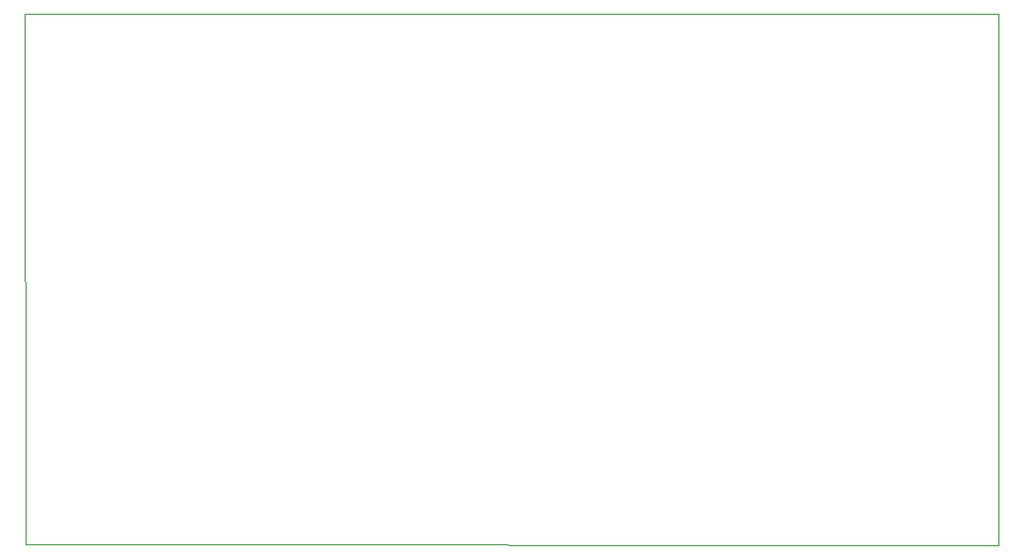
<source format=gbr>
G04 #@! TF.GenerationSoftware,KiCad,Pcbnew,5.1.2-f72e74a~84~ubuntu18.04.1*
G04 #@! TF.CreationDate,2019-05-26T08:12:01+03:00*
G04 #@! TF.ProjectId,mus555,6d757335-3535-42e6-9b69-6361645f7063,rev?*
G04 #@! TF.SameCoordinates,Original*
G04 #@! TF.FileFunction,Profile,NP*
%FSLAX46Y46*%
G04 Gerber Fmt 4.6, Leading zero omitted, Abs format (unit mm)*
G04 Created by KiCad (PCBNEW 5.1.2-f72e74a~84~ubuntu18.04.1) date 2019-05-26 08:12:01*
%MOMM*%
%LPD*%
G04 APERTURE LIST*
%ADD10C,0.100000*%
G04 APERTURE END LIST*
D10*
X83743800Y-50800D02*
X83769200Y45745400D01*
X0Y0D02*
X83743800Y-50800D01*
X-50800Y45745400D02*
X83769200Y45745400D01*
X0Y0D02*
X-50800Y45745400D01*
M02*

</source>
